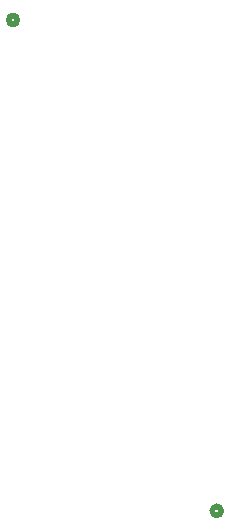
<source format=gbr>
%TF.GenerationSoftware,KiCad,Pcbnew,9.0.0*%
%TF.CreationDate,2025-03-24T15:54:36+01:00*%
%TF.ProjectId,Pcb_Ampli2,5063625f-416d-4706-9c69-322e6b696361,rev?*%
%TF.SameCoordinates,Original*%
%TF.FileFunction,Legend,Bot*%
%TF.FilePolarity,Positive*%
%FSLAX46Y46*%
G04 Gerber Fmt 4.6, Leading zero omitted, Abs format (unit mm)*
G04 Created by KiCad (PCBNEW 9.0.0) date 2025-03-24 15:54:36*
%MOMM*%
%LPD*%
G01*
G04 APERTURE LIST*
%ADD10C,0.508000*%
G04 APERTURE END LIST*
D10*
%TO.C,J2*%
X133230000Y-50700000D02*
G75*
G02*
X132468000Y-50700000I-381000J0D01*
G01*
X132468000Y-50700000D02*
G75*
G02*
X133230000Y-50700000I381000J0D01*
G01*
%TO.C,J3*%
X150483600Y-92258896D02*
G75*
G02*
X149721600Y-92258896I-381000J0D01*
G01*
X149721600Y-92258896D02*
G75*
G02*
X150483600Y-92258896I381000J0D01*
G01*
%TD*%
M02*

</source>
